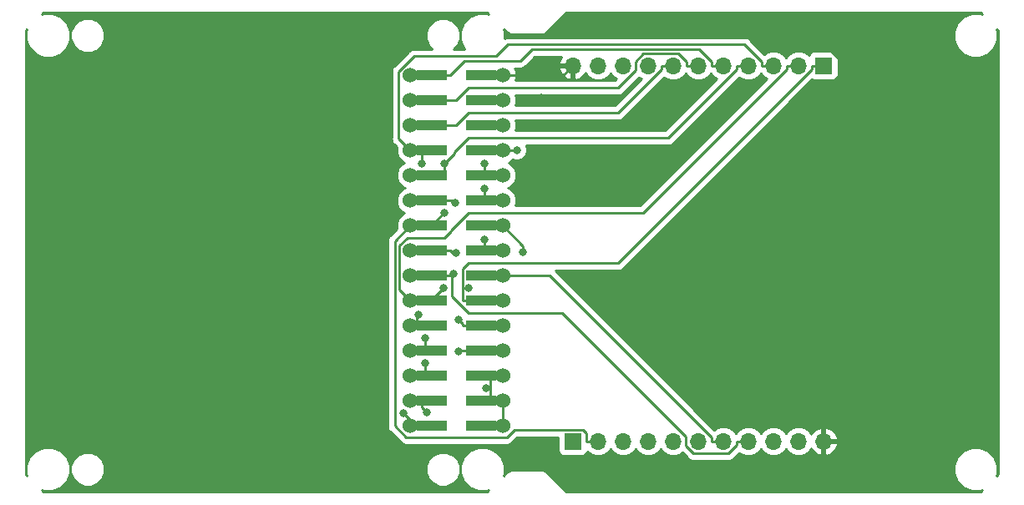
<source format=gbr>
G04 #@! TF.GenerationSoftware,KiCad,Pcbnew,5.0.1-33cea8e~68~ubuntu18.04.1*
G04 #@! TF.CreationDate,2018-10-29T17:36:35+09:00*
G04 #@! TF.ProjectId,M5StackSideBB,4D35537461636B5369646542422E6B69,rev?*
G04 #@! TF.SameCoordinates,Original*
G04 #@! TF.FileFunction,Copper,L1,Top,Signal*
G04 #@! TF.FilePolarity,Positive*
%FSLAX46Y46*%
G04 Gerber Fmt 4.6, Leading zero omitted, Abs format (unit mm)*
G04 Created by KiCad (PCBNEW 5.0.1-33cea8e~68~ubuntu18.04.1) date 2018年10月29日 17時36分35秒*
%MOMM*%
%LPD*%
G01*
G04 APERTURE LIST*
G04 #@! TA.AperFunction,SMDPad,CuDef*
%ADD10R,3.150000X1.000000*%
G04 #@! TD*
G04 #@! TA.AperFunction,BGAPad,CuDef*
%ADD11C,1.524000*%
G04 #@! TD*
G04 #@! TA.AperFunction,ComponentPad*
%ADD12R,1.700000X1.700000*%
G04 #@! TD*
G04 #@! TA.AperFunction,ComponentPad*
%ADD13O,1.700000X1.700000*%
G04 #@! TD*
G04 #@! TA.AperFunction,ViaPad*
%ADD14C,0.800000*%
G04 #@! TD*
G04 #@! TA.AperFunction,Conductor*
%ADD15C,0.250000*%
G04 #@! TD*
G04 #@! TA.AperFunction,Conductor*
%ADD16C,0.254000*%
G04 #@! TD*
G04 APERTURE END LIST*
D10*
G04 #@! TO.P,J3,1*
G04 #@! TO.N,G35*
X141849000Y-57048400D03*
G04 #@! TO.P,J3,2*
G04 #@! TO.N,GND*
X146899000Y-57048400D03*
G04 #@! TO.P,J3,3*
G04 #@! TO.N,G36*
X141849000Y-59588400D03*
G04 #@! TO.P,J3,4*
G04 #@! TO.N,GND*
X146899000Y-59588400D03*
G04 #@! TO.P,J3,5*
G04 #@! TO.N,RST*
X141849000Y-62128400D03*
G04 #@! TO.P,J3,6*
G04 #@! TO.N,GND*
X146899000Y-62128400D03*
G04 #@! TO.P,J3,7*
G04 #@! TO.N,G25*
X141849000Y-64668400D03*
G04 #@! TO.P,J3,8*
G04 #@! TO.N,G23*
X146899000Y-64668400D03*
G04 #@! TO.P,J3,9*
G04 #@! TO.N,G26*
X141849000Y-67208400D03*
G04 #@! TO.P,J3,10*
G04 #@! TO.N,G19*
X146899000Y-67208400D03*
G04 #@! TO.P,J3,11*
G04 #@! TO.N,+3V3*
X141849000Y-69748400D03*
G04 #@! TO.P,J3,12*
G04 #@! TO.N,G18*
X146899000Y-69748400D03*
G04 #@! TO.P,J3,13*
G04 #@! TO.N,G1*
X141849000Y-72288400D03*
G04 #@! TO.P,J3,14*
G04 #@! TO.N,G3*
X146899000Y-72288400D03*
G04 #@! TO.P,J3,15*
G04 #@! TO.N,G17*
X141849000Y-74828400D03*
G04 #@! TO.P,J3,16*
G04 #@! TO.N,G16*
X146899000Y-74828400D03*
G04 #@! TO.P,J3,17*
G04 #@! TO.N,G22*
X141849000Y-77368400D03*
G04 #@! TO.P,J3,18*
G04 #@! TO.N,G21*
X146899000Y-77368400D03*
G04 #@! TO.P,J3,19*
G04 #@! TO.N,G5*
X141849000Y-79908400D03*
G04 #@! TO.P,J3,20*
G04 #@! TO.N,G2*
X146899000Y-79908400D03*
G04 #@! TO.P,J3,21*
G04 #@! TO.N,G13*
X141849000Y-82448400D03*
G04 #@! TO.P,J3,22*
G04 #@! TO.N,G12*
X146899000Y-82448400D03*
G04 #@! TO.P,J3,23*
G04 #@! TO.N,G0*
X141849000Y-84988400D03*
G04 #@! TO.P,J3,24*
G04 #@! TO.N,G15*
X146899000Y-84988400D03*
G04 #@! TO.P,J3,25*
G04 #@! TO.N,G34*
X141849000Y-87528400D03*
G04 #@! TO.P,J3,26*
G04 #@! TO.N,HPWR*
X146899000Y-87528400D03*
G04 #@! TO.P,J3,27*
G04 #@! TO.N,+5V*
X141849000Y-90068400D03*
G04 #@! TO.P,J3,28*
G04 #@! TO.N,HPWR*
X146899000Y-90068400D03*
G04 #@! TO.P,J3,29*
G04 #@! TO.N,+BATT*
X141849000Y-92608400D03*
G04 #@! TO.P,J3,30*
G04 #@! TO.N,HPWR*
X146899000Y-92608400D03*
D11*
G04 #@! TO.P,J3,1*
G04 #@! TO.N,G35*
X139694000Y-57048400D03*
G04 #@! TO.P,J3,3*
G04 #@! TO.N,G36*
X139694000Y-59578400D03*
G04 #@! TO.P,J3,5*
G04 #@! TO.N,RST*
X139694000Y-62138400D03*
G04 #@! TO.P,J3,7*
G04 #@! TO.N,G25*
X139694000Y-64648400D03*
G04 #@! TO.P,J3,9*
G04 #@! TO.N,G26*
X139694000Y-67178400D03*
G04 #@! TO.P,J3,11*
G04 #@! TO.N,+3V3*
X139694000Y-69758400D03*
G04 #@! TO.P,J3,13*
G04 #@! TO.N,G1*
X139694000Y-72268400D03*
G04 #@! TO.P,J3,15*
G04 #@! TO.N,G17*
X139694000Y-74838400D03*
G04 #@! TO.P,J3,17*
G04 #@! TO.N,G22*
X139694000Y-77358400D03*
G04 #@! TO.P,J3,19*
G04 #@! TO.N,G5*
X139694000Y-79888400D03*
G04 #@! TO.P,J3,21*
G04 #@! TO.N,G13*
X139694000Y-82428400D03*
G04 #@! TO.P,J3,23*
G04 #@! TO.N,G0*
X139694000Y-84998400D03*
G04 #@! TO.P,J3,25*
G04 #@! TO.N,G34*
X139694000Y-87528400D03*
G04 #@! TO.P,J3,27*
G04 #@! TO.N,+5V*
X139694000Y-90048400D03*
G04 #@! TO.P,J3,29*
G04 #@! TO.N,+BATT*
X139694000Y-92628400D03*
G04 #@! TO.P,J3,2*
G04 #@! TO.N,GND*
X149054000Y-57048400D03*
G04 #@! TO.P,J3,4*
X149054000Y-59608400D03*
G04 #@! TO.P,J3,6*
X149054000Y-62138400D03*
G04 #@! TO.P,J3,8*
G04 #@! TO.N,G23*
X149054000Y-64658400D03*
G04 #@! TO.P,J3,10*
G04 #@! TO.N,G19*
X149054000Y-67198400D03*
G04 #@! TO.P,J3,12*
G04 #@! TO.N,G18*
X149054000Y-69748400D03*
G04 #@! TO.P,J3,14*
G04 #@! TO.N,G3*
X149054000Y-72278400D03*
G04 #@! TO.P,J3,16*
G04 #@! TO.N,G16*
X149054000Y-74838400D03*
G04 #@! TO.P,J3,18*
G04 #@! TO.N,G21*
X149054000Y-77358400D03*
G04 #@! TO.P,J3,20*
G04 #@! TO.N,G2*
X149054000Y-79898400D03*
G04 #@! TO.P,J3,22*
G04 #@! TO.N,G12*
X149054000Y-82438400D03*
G04 #@! TO.P,J3,24*
G04 #@! TO.N,G15*
X149054000Y-84988400D03*
G04 #@! TO.P,J3,26*
G04 #@! TO.N,HPWR*
X149054000Y-87518400D03*
G04 #@! TO.P,J3,28*
X149054000Y-90078400D03*
G04 #@! TO.P,J3,30*
X149054000Y-92608400D03*
G04 #@! TD*
D12*
G04 #@! TO.P,J1,1*
G04 #@! TO.N,G2*
X181585000Y-56070000D03*
D13*
G04 #@! TO.P,J1,2*
G04 #@! TO.N,G5*
X179045000Y-56070000D03*
G04 #@! TO.P,J1,3*
G04 #@! TO.N,G25*
X176505000Y-56070000D03*
G04 #@! TO.P,J1,4*
G04 #@! TO.N,G26*
X173965000Y-56070000D03*
G04 #@! TO.P,J1,5*
G04 #@! TO.N,G35*
X171425000Y-56070000D03*
G04 #@! TO.P,J1,6*
G04 #@! TO.N,G36*
X168885000Y-56070000D03*
G04 #@! TO.P,J1,7*
G04 #@! TO.N,RST*
X166345000Y-56070000D03*
G04 #@! TO.P,J1,8*
G04 #@! TO.N,+BATT*
X163805000Y-56070000D03*
G04 #@! TO.P,J1,9*
G04 #@! TO.N,+3V3*
X161265000Y-56070000D03*
G04 #@! TO.P,J1,10*
G04 #@! TO.N,+5V*
X158725000Y-56070000D03*
G04 #@! TO.P,J1,11*
G04 #@! TO.N,GND*
X156185000Y-56070000D03*
G04 #@! TD*
G04 #@! TO.P,J2,11*
G04 #@! TO.N,GND*
X181585000Y-94170000D03*
G04 #@! TO.P,J2,10*
G04 #@! TO.N,+3V3*
X179045000Y-94170000D03*
G04 #@! TO.P,J2,9*
G04 #@! TO.N,G23*
X176505000Y-94170000D03*
G04 #@! TO.P,J2,8*
G04 #@! TO.N,G22*
X173965000Y-94170000D03*
G04 #@! TO.P,J2,7*
G04 #@! TO.N,G21*
X171425000Y-94170000D03*
G04 #@! TO.P,J2,6*
G04 #@! TO.N,G19*
X168885000Y-94170000D03*
G04 #@! TO.P,J2,5*
G04 #@! TO.N,G18*
X166345000Y-94170000D03*
G04 #@! TO.P,J2,4*
G04 #@! TO.N,G17*
X163805000Y-94170000D03*
G04 #@! TO.P,J2,3*
G04 #@! TO.N,G16*
X161265000Y-94170000D03*
G04 #@! TO.P,J2,2*
G04 #@! TO.N,G1*
X158725000Y-94170000D03*
D12*
G04 #@! TO.P,J2,1*
G04 #@! TO.N,G3*
X156185000Y-94170000D03*
G04 #@! TD*
D14*
G04 #@! TO.N,GND*
X149054000Y-57048400D03*
X149054000Y-59608400D03*
X149054000Y-62138400D03*
X152552400Y-56896000D03*
X152958800Y-59283600D03*
X155397200Y-52425600D03*
X140258800Y-53898800D03*
X156819600Y-59690000D03*
X157429200Y-62077600D03*
X163271200Y-62280800D03*
X165912800Y-65481200D03*
X161747200Y-67868800D03*
G04 #@! TO.N,G23*
X150512800Y-64656800D03*
G04 #@! TO.N,G19*
X147219400Y-66027000D03*
G04 #@! TO.N,G18*
X147210300Y-68579700D03*
G04 #@! TO.N,G3*
X151144400Y-74988400D03*
G04 #@! TO.N,G16*
X147219400Y-73698600D03*
G04 #@! TO.N,G2*
X145577500Y-78638400D03*
G04 #@! TO.N,G12*
X144564200Y-81870200D03*
G04 #@! TO.N,G15*
X144564200Y-85071000D03*
G04 #@! TO.N,HPWR*
X147370600Y-88744600D03*
G04 #@! TO.N,+BATT*
X139031300Y-91338400D03*
G04 #@! TO.N,+5V*
X141374500Y-91217400D03*
G04 #@! TO.N,G34*
X141218100Y-86259600D03*
G04 #@! TO.N,G0*
X141213100Y-83717100D03*
G04 #@! TO.N,G13*
X140563900Y-81334900D03*
G04 #@! TO.N,G5*
X143058000Y-78621600D03*
G04 #@! TO.N,G22*
X144104500Y-77211900D03*
G04 #@! TO.N,G17*
X144317700Y-75108700D03*
G04 #@! TO.N,G1*
X143179200Y-71039400D03*
G04 #@! TO.N,G26*
X143147300Y-66027000D03*
G04 #@! TO.N,G25*
X140840300Y-65998600D03*
G04 #@! TO.N,+3V3*
X144273000Y-70016300D03*
G04 #@! TD*
D15*
G04 #@! TO.N,GND*
X155206600Y-57048400D02*
X156185000Y-56070000D01*
X149054000Y-57048400D02*
X155206600Y-57048400D01*
X146899000Y-57048400D02*
X149054000Y-57048400D01*
X149034000Y-59588400D02*
X149054000Y-59608400D01*
X146899000Y-59588400D02*
X149034000Y-59588400D01*
X149044000Y-62128400D02*
X149054000Y-62138400D01*
X146899000Y-62128400D02*
X149044000Y-62128400D01*
X153378400Y-56070000D02*
X156185000Y-56070000D01*
X152552400Y-56896000D02*
X153378400Y-56070000D01*
X185420000Y-91537081D02*
X185420000Y-57619998D01*
X182787081Y-94170000D02*
X185420000Y-91537081D01*
X181585000Y-94170000D02*
X182787081Y-94170000D01*
X185420000Y-57619998D02*
X180225602Y-52425600D01*
X180225602Y-52425600D02*
X155397200Y-52425600D01*
X152958800Y-59283600D02*
X156413200Y-59283600D01*
X156413200Y-59283600D02*
X156819600Y-59690000D01*
X157429200Y-62077600D02*
X163068000Y-62077600D01*
X163068000Y-62077600D02*
X163271200Y-62280800D01*
X165912800Y-65481200D02*
X164134800Y-65481200D01*
X164134800Y-65481200D02*
X161747200Y-67868800D01*
G04 #@! TO.N,G23*
X149054000Y-64658400D02*
X150511200Y-64658400D01*
X150511200Y-64658400D02*
X150512800Y-64656800D01*
X148799300Y-64668400D02*
X148809300Y-64658400D01*
X148809300Y-64658400D02*
X149054000Y-64658400D01*
X146899000Y-64668400D02*
X148799300Y-64668400D01*
G04 #@! TO.N,G19*
X147219400Y-67208400D02*
X148799300Y-67208400D01*
X146899000Y-67208400D02*
X147219400Y-67208400D01*
X147219400Y-66027000D02*
X147219400Y-67208400D01*
X149054000Y-67198400D02*
X148809300Y-67198400D01*
X148809300Y-67198400D02*
X148799300Y-67208400D01*
G04 #@! TO.N,G18*
X147210300Y-69748400D02*
X146899000Y-69748400D01*
X149054000Y-69748400D02*
X147210300Y-69748400D01*
X147210300Y-69748400D02*
X147210300Y-68579700D01*
G04 #@! TO.N,G3*
X151144400Y-74988400D02*
X151144400Y-74368800D01*
X151144400Y-74368800D02*
X149054000Y-72278400D01*
X146899000Y-72288400D02*
X148799300Y-72288400D01*
X148799300Y-72288400D02*
X148809300Y-72278400D01*
X148809300Y-72278400D02*
X149054000Y-72278400D01*
G04 #@! TO.N,G16*
X147219400Y-74828400D02*
X148799300Y-74828400D01*
X146899000Y-74828400D02*
X147219400Y-74828400D01*
X147219400Y-73698600D02*
X147219400Y-74828400D01*
X149054000Y-74838400D02*
X148809300Y-74838400D01*
X148809300Y-74838400D02*
X148799300Y-74828400D01*
G04 #@! TO.N,G21*
X146899000Y-77368400D02*
X148799300Y-77368400D01*
X149054000Y-77358400D02*
X148809300Y-77358400D01*
X148809300Y-77358400D02*
X148799300Y-77368400D01*
X170249700Y-94170000D02*
X170249700Y-93802700D01*
X170249700Y-93802700D02*
X153805400Y-77358400D01*
X153805400Y-77358400D02*
X149054000Y-77358400D01*
X171425000Y-94170000D02*
X170249700Y-94170000D01*
G04 #@! TO.N,G2*
X144998700Y-78638400D02*
X144998700Y-79908400D01*
X180409700Y-56070000D02*
X180409700Y-56437300D01*
X180409700Y-56437300D02*
X160748600Y-76098400D01*
X160748600Y-76098400D02*
X145603600Y-76098400D01*
X145603600Y-76098400D02*
X144998700Y-76703300D01*
X144998700Y-76703300D02*
X144998700Y-78638400D01*
X144998700Y-78638400D02*
X145577500Y-78638400D01*
X146899000Y-79908400D02*
X144998700Y-79908400D01*
X181585000Y-56070000D02*
X180409700Y-56070000D01*
X146899000Y-79908400D02*
X148799300Y-79908400D01*
X149054000Y-79898400D02*
X148809300Y-79898400D01*
X148809300Y-79898400D02*
X148799300Y-79908400D01*
G04 #@! TO.N,G12*
X146899000Y-82448400D02*
X148799300Y-82448400D01*
X149054000Y-82438400D02*
X148809300Y-82438400D01*
X148809300Y-82438400D02*
X148799300Y-82448400D01*
X146899000Y-82448400D02*
X144998700Y-82448400D01*
X144998700Y-82448400D02*
X144998700Y-82304700D01*
X144998700Y-82304700D02*
X144564200Y-81870200D01*
G04 #@! TO.N,G15*
X146899000Y-84988400D02*
X144646800Y-84988400D01*
X144646800Y-84988400D02*
X144564200Y-85071000D01*
X149054000Y-84988400D02*
X146899000Y-84988400D01*
G04 #@! TO.N,HPWR*
X149054000Y-90078400D02*
X149054000Y-92608400D01*
X149054000Y-90078400D02*
X148809300Y-90078400D01*
X148809300Y-90078400D02*
X148799300Y-90068400D01*
X149054000Y-92608400D02*
X146899000Y-92608400D01*
X147849200Y-88744600D02*
X147849200Y-87528400D01*
X147849200Y-90068400D02*
X147849200Y-88744600D01*
X147849200Y-88744600D02*
X147370600Y-88744600D01*
X147849200Y-90068400D02*
X148799300Y-90068400D01*
X146899000Y-90068400D02*
X147849200Y-90068400D01*
X147849200Y-87528400D02*
X148799300Y-87528400D01*
X146899000Y-87528400D02*
X147849200Y-87528400D01*
X149054000Y-87518400D02*
X148809300Y-87518400D01*
X148809300Y-87518400D02*
X148799300Y-87528400D01*
G04 #@! TO.N,+BATT*
X139694000Y-92608400D02*
X139694000Y-92001100D01*
X139694000Y-92001100D02*
X139031300Y-91338400D01*
X139694000Y-92628400D02*
X139694000Y-92608400D01*
X139694000Y-92608400D02*
X139948700Y-92608400D01*
X141849000Y-92608400D02*
X139948700Y-92608400D01*
G04 #@! TO.N,+5V*
X140898900Y-90068400D02*
X140898900Y-90741800D01*
X140898900Y-90741800D02*
X141374500Y-91217400D01*
X140898900Y-90068400D02*
X139948700Y-90068400D01*
X141849000Y-90068400D02*
X140898900Y-90068400D01*
X139948700Y-90068400D02*
X139928700Y-90048400D01*
X139928700Y-90048400D02*
X139694000Y-90048400D01*
G04 #@! TO.N,G34*
X141218100Y-87528400D02*
X141849000Y-87528400D01*
X139694000Y-87528400D02*
X141218100Y-87528400D01*
X141218100Y-87528400D02*
X141218100Y-86259600D01*
G04 #@! TO.N,G0*
X141218100Y-84988400D02*
X141213100Y-84983400D01*
X141213100Y-84983400D02*
X141213100Y-83717100D01*
X141218100Y-84988400D02*
X139948700Y-84988400D01*
X141849000Y-84988400D02*
X141218100Y-84988400D01*
X139694000Y-84998400D02*
X139938700Y-84998400D01*
X139938700Y-84998400D02*
X139948700Y-84988400D01*
G04 #@! TO.N,G13*
X140330900Y-82448400D02*
X140330900Y-81567900D01*
X140330900Y-81567900D02*
X140563900Y-81334900D01*
X140330900Y-82448400D02*
X139948700Y-82448400D01*
X141849000Y-82448400D02*
X140330900Y-82448400D01*
X139694000Y-82428400D02*
X139928700Y-82428400D01*
X139928700Y-82428400D02*
X139948700Y-82448400D01*
G04 #@! TO.N,G5*
X141810100Y-79908400D02*
X143058000Y-78660500D01*
X143058000Y-78660500D02*
X143058000Y-78621600D01*
X141810100Y-79908400D02*
X141771200Y-79908400D01*
X141849000Y-79908400D02*
X141810100Y-79908400D01*
X140956400Y-79908400D02*
X139948700Y-79908400D01*
X140956400Y-79908400D02*
X141771200Y-79908400D01*
X179045000Y-56070000D02*
X177869700Y-56070000D01*
X177869700Y-56070000D02*
X177869700Y-56437300D01*
X177869700Y-56437300D02*
X163293600Y-71013400D01*
X163293600Y-71013400D02*
X145573200Y-71013400D01*
X145573200Y-71013400D02*
X143820000Y-72766600D01*
X143820000Y-72766600D02*
X143820000Y-72884400D01*
X143820000Y-72884400D02*
X143151000Y-73553400D01*
X143151000Y-73553400D02*
X139388400Y-73553400D01*
X139388400Y-73553400D02*
X138606700Y-74335100D01*
X138606700Y-74335100D02*
X138606700Y-78801100D01*
X138606700Y-78801100D02*
X139694000Y-79888400D01*
X139694000Y-79888400D02*
X139928700Y-79888400D01*
X139928700Y-79888400D02*
X139948700Y-79908400D01*
G04 #@! TO.N,G22*
X143948000Y-77368400D02*
X144104500Y-77211900D01*
X142799200Y-77368400D02*
X143948000Y-77368400D01*
X172789700Y-94170000D02*
X172789700Y-94537300D01*
X172789700Y-94537300D02*
X171960000Y-95367000D01*
X171960000Y-95367000D02*
X168355800Y-95367000D01*
X168355800Y-95367000D02*
X167615000Y-94626200D01*
X167615000Y-94626200D02*
X167615000Y-93708400D01*
X167615000Y-93708400D02*
X155051400Y-81144800D01*
X155051400Y-81144800D02*
X145593000Y-81144800D01*
X145593000Y-81144800D02*
X143948000Y-79499800D01*
X143948000Y-79499800D02*
X143948000Y-77368400D01*
X141849000Y-77368400D02*
X142799200Y-77368400D01*
X173965000Y-94170000D02*
X172789700Y-94170000D01*
X141849000Y-77368400D02*
X139948700Y-77368400D01*
X139694000Y-77358400D02*
X139938700Y-77358400D01*
X139938700Y-77358400D02*
X139948700Y-77368400D01*
G04 #@! TO.N,G17*
X141849000Y-74828400D02*
X143749300Y-74828400D01*
X144317700Y-75108700D02*
X144029600Y-75108700D01*
X144029600Y-75108700D02*
X143749300Y-74828400D01*
X141361700Y-74828400D02*
X141849000Y-74828400D01*
X141361700Y-74828400D02*
X139948700Y-74828400D01*
X139694000Y-74838400D02*
X139938700Y-74838400D01*
X139938700Y-74838400D02*
X139948700Y-74828400D01*
G04 #@! TO.N,G1*
X139694000Y-72288400D02*
X139694000Y-72268400D01*
X149482200Y-93754300D02*
X139281800Y-93754300D01*
X138131300Y-92603800D02*
X138131300Y-73851100D01*
X138131300Y-73851100D02*
X139694000Y-72288400D01*
X139694000Y-72288400D02*
X139948700Y-72288400D01*
X141849000Y-72288400D02*
X139948700Y-72288400D01*
X143179200Y-71039400D02*
X143098000Y-71039400D01*
X143098000Y-71039400D02*
X141849000Y-72288400D01*
X158725000Y-94170000D02*
X157549700Y-94170000D01*
X157549700Y-93362000D02*
X157182300Y-92994600D01*
X157549700Y-94170000D02*
X157549700Y-93362000D01*
X157182300Y-92994600D02*
X150241900Y-92994600D01*
X150241900Y-92994600D02*
X149482200Y-93754300D01*
X139281800Y-93754300D02*
X138131300Y-92603800D01*
G04 #@! TO.N,G26*
X172789700Y-56070000D02*
X172789700Y-56437300D01*
X172789700Y-56437300D02*
X165828600Y-63398400D01*
X165828600Y-63398400D02*
X145583000Y-63398400D01*
X145583000Y-63398400D02*
X144195400Y-64786000D01*
X144195400Y-64786000D02*
X144195400Y-64978900D01*
X144195400Y-64978900D02*
X143147300Y-66027000D01*
X143147300Y-66027000D02*
X143147300Y-66860300D01*
X143147300Y-66860300D02*
X142799200Y-67208400D01*
X173965000Y-56070000D02*
X172789700Y-56070000D01*
X141849000Y-67208400D02*
X142799200Y-67208400D01*
X141761600Y-67208400D02*
X141849000Y-67208400D01*
X141761600Y-67208400D02*
X141674200Y-67208400D01*
X140898900Y-67208400D02*
X139948700Y-67208400D01*
X140898900Y-67208400D02*
X141674200Y-67208400D01*
X139694000Y-67178400D02*
X139918700Y-67178400D01*
X139918700Y-67178400D02*
X139948700Y-67208400D01*
G04 #@! TO.N,G25*
X176505000Y-56070000D02*
X175329700Y-56070000D01*
X175329700Y-56070000D02*
X175329700Y-55702700D01*
X175329700Y-55702700D02*
X173570400Y-53943400D01*
X173570400Y-53943400D02*
X149607300Y-53943400D01*
X149607300Y-53943400D02*
X148420700Y-55130000D01*
X148420700Y-55130000D02*
X140069300Y-55130000D01*
X140069300Y-55130000D02*
X138538100Y-56661200D01*
X138538100Y-56661200D02*
X138538100Y-63492500D01*
X138538100Y-63492500D02*
X139694000Y-64648400D01*
X140898900Y-64668400D02*
X140840300Y-64727000D01*
X140840300Y-64727000D02*
X140840300Y-65998600D01*
X140898900Y-64668400D02*
X139948700Y-64668400D01*
X141849000Y-64668400D02*
X140898900Y-64668400D01*
X139694000Y-64648400D02*
X139928700Y-64648400D01*
X139928700Y-64648400D02*
X139948700Y-64668400D01*
G04 #@! TO.N,RST*
X166345000Y-56070000D02*
X165169700Y-56070000D01*
X165169700Y-56070000D02*
X165169700Y-56437300D01*
X165169700Y-56437300D02*
X160733600Y-60873400D01*
X160733600Y-60873400D02*
X145598200Y-60873400D01*
X145598200Y-60873400D02*
X144343200Y-62128400D01*
X144343200Y-62128400D02*
X141849000Y-62128400D01*
X141849000Y-62128400D02*
X139948700Y-62128400D01*
X139694000Y-62138400D02*
X139938700Y-62138400D01*
X139938700Y-62138400D02*
X139948700Y-62128400D01*
G04 #@! TO.N,G36*
X143749300Y-59588400D02*
X144343200Y-59588400D01*
X144343200Y-59588400D02*
X145603200Y-58328400D01*
X145603200Y-58328400D02*
X160762100Y-58328400D01*
X160762100Y-58328400D02*
X162535000Y-56555500D01*
X162535000Y-56555500D02*
X162535000Y-55668300D01*
X162535000Y-55668300D02*
X163334700Y-54868600D01*
X163334700Y-54868600D02*
X166875600Y-54868600D01*
X166875600Y-54868600D02*
X167709700Y-55702700D01*
X167709700Y-55702700D02*
X167709700Y-56070000D01*
X141849000Y-59588400D02*
X143749300Y-59588400D01*
X141849000Y-59588400D02*
X139948700Y-59588400D01*
X139694000Y-59578400D02*
X139938700Y-59578400D01*
X139938700Y-59578400D02*
X139948700Y-59588400D01*
X168885000Y-56070000D02*
X167709700Y-56070000D01*
G04 #@! TO.N,G35*
X141849000Y-57048400D02*
X143749300Y-57048400D01*
X171425000Y-56070000D02*
X170249700Y-56070000D01*
X170249700Y-56070000D02*
X170249700Y-55702700D01*
X170249700Y-55702700D02*
X168940800Y-54393800D01*
X168940800Y-54393800D02*
X152015900Y-54393800D01*
X152015900Y-54393800D02*
X150829300Y-55580400D01*
X150829300Y-55580400D02*
X145217300Y-55580400D01*
X145217300Y-55580400D02*
X143749300Y-57048400D01*
X139694000Y-57048400D02*
X141849000Y-57048400D01*
G04 #@! TO.N,+3V3*
X144273000Y-70016300D02*
X144005100Y-69748400D01*
X144005100Y-69748400D02*
X141849000Y-69748400D01*
X140898900Y-69748400D02*
X141849000Y-69748400D01*
X140898900Y-69748400D02*
X139948700Y-69748400D01*
X139694000Y-69758400D02*
X139938700Y-69758400D01*
X139938700Y-69758400D02*
X139948700Y-69748400D01*
G04 #@! TD*
D16*
G04 #@! TO.N,GND*
G36*
X147643175Y-50847265D02*
X147444569Y-50765000D01*
X146555431Y-50765000D01*
X145733974Y-51105259D01*
X145105259Y-51733974D01*
X144765000Y-52555431D01*
X144765000Y-53444569D01*
X145105259Y-54266026D01*
X145209233Y-54370000D01*
X144083661Y-54370000D01*
X144470862Y-53982799D01*
X144735000Y-53345113D01*
X144735000Y-52654887D01*
X144470862Y-52017201D01*
X143982799Y-51529138D01*
X143345113Y-51265000D01*
X142654887Y-51265000D01*
X142017201Y-51529138D01*
X141529138Y-52017201D01*
X141265000Y-52654887D01*
X141265000Y-53345113D01*
X141529138Y-53982799D01*
X141916339Y-54370000D01*
X140144148Y-54370000D01*
X140069300Y-54355112D01*
X139994452Y-54370000D01*
X139994448Y-54370000D01*
X139820905Y-54404520D01*
X139772762Y-54414096D01*
X139585718Y-54539076D01*
X139521371Y-54582071D01*
X139478971Y-54645527D01*
X138053630Y-56070869D01*
X137990171Y-56113271D01*
X137822196Y-56364664D01*
X137778100Y-56586349D01*
X137778100Y-56586353D01*
X137763212Y-56661200D01*
X137778100Y-56736047D01*
X137778101Y-63417648D01*
X137763212Y-63492500D01*
X137778101Y-63567352D01*
X137806593Y-63710591D01*
X137822197Y-63789037D01*
X137931418Y-63952497D01*
X137990172Y-64040429D01*
X138053628Y-64082829D01*
X138309980Y-64339182D01*
X138297000Y-64370519D01*
X138297000Y-64926281D01*
X138509680Y-65439737D01*
X138902663Y-65832720D01*
X139097442Y-65913400D01*
X138902663Y-65994080D01*
X138509680Y-66387063D01*
X138297000Y-66900519D01*
X138297000Y-67456281D01*
X138509680Y-67969737D01*
X138902663Y-68362720D01*
X139157798Y-68468400D01*
X138902663Y-68574080D01*
X138509680Y-68967063D01*
X138297000Y-69480519D01*
X138297000Y-70036281D01*
X138509680Y-70549737D01*
X138902663Y-70942720D01*
X139073300Y-71013400D01*
X138902663Y-71084080D01*
X138509680Y-71477063D01*
X138297000Y-71990519D01*
X138297000Y-72546281D01*
X138315838Y-72591760D01*
X137646828Y-73260771D01*
X137583372Y-73303171D01*
X137540972Y-73366627D01*
X137540971Y-73366628D01*
X137415397Y-73554563D01*
X137356412Y-73851100D01*
X137371301Y-73925952D01*
X137371300Y-92528953D01*
X137356412Y-92603800D01*
X137371300Y-92678647D01*
X137371300Y-92678651D01*
X137415396Y-92900336D01*
X137583371Y-93151729D01*
X137646830Y-93194131D01*
X138691471Y-94238773D01*
X138733871Y-94302229D01*
X138797327Y-94344629D01*
X138985262Y-94470204D01*
X139033405Y-94479780D01*
X139206948Y-94514300D01*
X139206952Y-94514300D01*
X139281800Y-94529188D01*
X139356648Y-94514300D01*
X149407353Y-94514300D01*
X149482200Y-94529188D01*
X149557047Y-94514300D01*
X149557052Y-94514300D01*
X149778737Y-94470204D01*
X150030129Y-94302229D01*
X150072531Y-94238770D01*
X150556702Y-93754600D01*
X154687560Y-93754600D01*
X154687560Y-95020000D01*
X154736843Y-95267765D01*
X154877191Y-95477809D01*
X155087235Y-95618157D01*
X155335000Y-95667440D01*
X157035000Y-95667440D01*
X157282765Y-95618157D01*
X157492809Y-95477809D01*
X157633157Y-95267765D01*
X157642184Y-95222381D01*
X157654375Y-95240625D01*
X158145582Y-95568839D01*
X158578744Y-95655000D01*
X158871256Y-95655000D01*
X159304418Y-95568839D01*
X159795625Y-95240625D01*
X159995000Y-94942239D01*
X160194375Y-95240625D01*
X160685582Y-95568839D01*
X161118744Y-95655000D01*
X161411256Y-95655000D01*
X161844418Y-95568839D01*
X162335625Y-95240625D01*
X162535000Y-94942239D01*
X162734375Y-95240625D01*
X163225582Y-95568839D01*
X163658744Y-95655000D01*
X163951256Y-95655000D01*
X164384418Y-95568839D01*
X164875625Y-95240625D01*
X165075000Y-94942239D01*
X165274375Y-95240625D01*
X165765582Y-95568839D01*
X166198744Y-95655000D01*
X166491256Y-95655000D01*
X166924418Y-95568839D01*
X167259166Y-95345168D01*
X167765473Y-95851475D01*
X167807871Y-95914929D01*
X167871324Y-95957327D01*
X167871326Y-95957329D01*
X167996702Y-96041102D01*
X168059263Y-96082904D01*
X168280948Y-96127000D01*
X168280952Y-96127000D01*
X168355799Y-96141888D01*
X168430646Y-96127000D01*
X171885153Y-96127000D01*
X171960000Y-96141888D01*
X172034847Y-96127000D01*
X172034852Y-96127000D01*
X172256537Y-96082904D01*
X172507929Y-95914929D01*
X172550331Y-95851470D01*
X173054311Y-95347491D01*
X173385582Y-95568839D01*
X173818744Y-95655000D01*
X174111256Y-95655000D01*
X174544418Y-95568839D01*
X175035625Y-95240625D01*
X175235000Y-94942239D01*
X175434375Y-95240625D01*
X175925582Y-95568839D01*
X176358744Y-95655000D01*
X176651256Y-95655000D01*
X177084418Y-95568839D01*
X177575625Y-95240625D01*
X177775000Y-94942239D01*
X177974375Y-95240625D01*
X178465582Y-95568839D01*
X178898744Y-95655000D01*
X179191256Y-95655000D01*
X179624418Y-95568839D01*
X180115625Y-95240625D01*
X180328843Y-94921522D01*
X180389817Y-95051358D01*
X180818076Y-95441645D01*
X181228110Y-95611476D01*
X181458000Y-95490155D01*
X181458000Y-94297000D01*
X181712000Y-94297000D01*
X181712000Y-95490155D01*
X181941890Y-95611476D01*
X182351924Y-95441645D01*
X182780183Y-95051358D01*
X183026486Y-94526892D01*
X182905819Y-94297000D01*
X181712000Y-94297000D01*
X181458000Y-94297000D01*
X181438000Y-94297000D01*
X181438000Y-94043000D01*
X181458000Y-94043000D01*
X181458000Y-92849845D01*
X181712000Y-92849845D01*
X181712000Y-94043000D01*
X182905819Y-94043000D01*
X183026486Y-93813108D01*
X182780183Y-93288642D01*
X182351924Y-92898355D01*
X181941890Y-92728524D01*
X181712000Y-92849845D01*
X181458000Y-92849845D01*
X181228110Y-92728524D01*
X180818076Y-92898355D01*
X180389817Y-93288642D01*
X180328843Y-93418478D01*
X180115625Y-93099375D01*
X179624418Y-92771161D01*
X179191256Y-92685000D01*
X178898744Y-92685000D01*
X178465582Y-92771161D01*
X177974375Y-93099375D01*
X177775000Y-93397761D01*
X177575625Y-93099375D01*
X177084418Y-92771161D01*
X176651256Y-92685000D01*
X176358744Y-92685000D01*
X175925582Y-92771161D01*
X175434375Y-93099375D01*
X175235000Y-93397761D01*
X175035625Y-93099375D01*
X174544418Y-92771161D01*
X174111256Y-92685000D01*
X173818744Y-92685000D01*
X173385582Y-92771161D01*
X172894375Y-93099375D01*
X172695000Y-93397761D01*
X172495625Y-93099375D01*
X172004418Y-92771161D01*
X171571256Y-92685000D01*
X171278744Y-92685000D01*
X170845582Y-92771161D01*
X170514311Y-92992509D01*
X154395731Y-76873930D01*
X154385354Y-76858400D01*
X160673753Y-76858400D01*
X160748600Y-76873288D01*
X160823447Y-76858400D01*
X160823452Y-76858400D01*
X161045137Y-76814304D01*
X161296529Y-76646329D01*
X161338931Y-76582870D01*
X180437127Y-57484675D01*
X180487235Y-57518157D01*
X180735000Y-57567440D01*
X182435000Y-57567440D01*
X182682765Y-57518157D01*
X182892809Y-57377809D01*
X183033157Y-57167765D01*
X183082440Y-56920000D01*
X183082440Y-55220000D01*
X183033157Y-54972235D01*
X182892809Y-54762191D01*
X182682765Y-54621843D01*
X182435000Y-54572560D01*
X180735000Y-54572560D01*
X180487235Y-54621843D01*
X180277191Y-54762191D01*
X180136843Y-54972235D01*
X180127816Y-55017619D01*
X180115625Y-54999375D01*
X179624418Y-54671161D01*
X179191256Y-54585000D01*
X178898744Y-54585000D01*
X178465582Y-54671161D01*
X177974375Y-54999375D01*
X177775000Y-55297761D01*
X177575625Y-54999375D01*
X177084418Y-54671161D01*
X176651256Y-54585000D01*
X176358744Y-54585000D01*
X175925582Y-54671161D01*
X175594311Y-54892509D01*
X174160731Y-53458930D01*
X174118329Y-53395471D01*
X173866937Y-53227496D01*
X173645252Y-53183400D01*
X173645247Y-53183400D01*
X173570400Y-53168512D01*
X173495553Y-53183400D01*
X149682148Y-53183400D01*
X149607300Y-53168512D01*
X149532452Y-53183400D01*
X149532448Y-53183400D01*
X149358905Y-53217920D01*
X149310762Y-53227496D01*
X149235000Y-53278119D01*
X149235000Y-52555431D01*
X149152736Y-52356827D01*
X149448510Y-52652602D01*
X149488119Y-52711881D01*
X149547398Y-52751490D01*
X149547399Y-52751491D01*
X149722971Y-52868805D01*
X150000000Y-52923909D01*
X150069926Y-52910000D01*
X152930076Y-52910000D01*
X153000000Y-52923909D01*
X153069924Y-52910000D01*
X153069926Y-52910000D01*
X153277028Y-52868805D01*
X153511881Y-52711881D01*
X153551494Y-52652596D01*
X155494092Y-50710000D01*
X197505910Y-50710000D01*
X197643175Y-50847265D01*
X197444569Y-50765000D01*
X196555431Y-50765000D01*
X195733974Y-51105259D01*
X195105259Y-51733974D01*
X194765000Y-52555431D01*
X194765000Y-53444569D01*
X195105259Y-54266026D01*
X195733974Y-54894741D01*
X196555431Y-55235000D01*
X197444569Y-55235000D01*
X198266026Y-54894741D01*
X198894741Y-54266026D01*
X199235000Y-53444569D01*
X199235000Y-52555431D01*
X199152736Y-52356827D01*
X199290000Y-52494092D01*
X199290001Y-97505907D01*
X199152736Y-97643173D01*
X199235000Y-97444569D01*
X199235000Y-96555431D01*
X198894741Y-95733974D01*
X198266026Y-95105259D01*
X197444569Y-94765000D01*
X196555431Y-94765000D01*
X195733974Y-95105259D01*
X195105259Y-95733974D01*
X194765000Y-96555431D01*
X194765000Y-97444569D01*
X195105259Y-98266026D01*
X195733974Y-98894741D01*
X196555431Y-99235000D01*
X197444569Y-99235000D01*
X197643175Y-99152735D01*
X197505910Y-99290000D01*
X155494092Y-99290000D01*
X153551494Y-97347404D01*
X153511881Y-97288119D01*
X153277028Y-97131195D01*
X153069926Y-97090000D01*
X153069924Y-97090000D01*
X153000000Y-97076091D01*
X152930076Y-97090000D01*
X150069926Y-97090000D01*
X150000000Y-97076091D01*
X149722971Y-97131195D01*
X149547399Y-97248509D01*
X149488119Y-97288119D01*
X149448510Y-97347398D01*
X149152736Y-97643173D01*
X149235000Y-97444569D01*
X149235000Y-96555431D01*
X148894741Y-95733974D01*
X148266026Y-95105259D01*
X147444569Y-94765000D01*
X146555431Y-94765000D01*
X145733974Y-95105259D01*
X145105259Y-95733974D01*
X144765000Y-96555431D01*
X144765000Y-97444569D01*
X145105259Y-98266026D01*
X145733974Y-98894741D01*
X146555431Y-99235000D01*
X147444569Y-99235000D01*
X147643175Y-99152735D01*
X147505910Y-99290000D01*
X102494092Y-99290000D01*
X102356827Y-99152736D01*
X102555431Y-99235000D01*
X103444569Y-99235000D01*
X104266026Y-98894741D01*
X104894741Y-98266026D01*
X105235000Y-97444569D01*
X105235000Y-96654887D01*
X105265000Y-96654887D01*
X105265000Y-97345113D01*
X105529138Y-97982799D01*
X106017201Y-98470862D01*
X106654887Y-98735000D01*
X107345113Y-98735000D01*
X107982799Y-98470862D01*
X108470862Y-97982799D01*
X108735000Y-97345113D01*
X108735000Y-96654887D01*
X141265000Y-96654887D01*
X141265000Y-97345113D01*
X141529138Y-97982799D01*
X142017201Y-98470862D01*
X142654887Y-98735000D01*
X143345113Y-98735000D01*
X143982799Y-98470862D01*
X144470862Y-97982799D01*
X144735000Y-97345113D01*
X144735000Y-96654887D01*
X144470862Y-96017201D01*
X143982799Y-95529138D01*
X143345113Y-95265000D01*
X142654887Y-95265000D01*
X142017201Y-95529138D01*
X141529138Y-96017201D01*
X141265000Y-96654887D01*
X108735000Y-96654887D01*
X108470862Y-96017201D01*
X107982799Y-95529138D01*
X107345113Y-95265000D01*
X106654887Y-95265000D01*
X106017201Y-95529138D01*
X105529138Y-96017201D01*
X105265000Y-96654887D01*
X105235000Y-96654887D01*
X105235000Y-96555431D01*
X104894741Y-95733974D01*
X104266026Y-95105259D01*
X103444569Y-94765000D01*
X102555431Y-94765000D01*
X101733974Y-95105259D01*
X101105259Y-95733974D01*
X100765000Y-96555431D01*
X100765000Y-97444569D01*
X100847265Y-97643175D01*
X100710000Y-97505910D01*
X100710000Y-52494090D01*
X100847265Y-52356825D01*
X100765000Y-52555431D01*
X100765000Y-53444569D01*
X101105259Y-54266026D01*
X101733974Y-54894741D01*
X102555431Y-55235000D01*
X103444569Y-55235000D01*
X104266026Y-54894741D01*
X104894741Y-54266026D01*
X105235000Y-53444569D01*
X105235000Y-52654887D01*
X105265000Y-52654887D01*
X105265000Y-53345113D01*
X105529138Y-53982799D01*
X106017201Y-54470862D01*
X106654887Y-54735000D01*
X107345113Y-54735000D01*
X107982799Y-54470862D01*
X108470862Y-53982799D01*
X108735000Y-53345113D01*
X108735000Y-52654887D01*
X108470862Y-52017201D01*
X107982799Y-51529138D01*
X107345113Y-51265000D01*
X106654887Y-51265000D01*
X106017201Y-51529138D01*
X105529138Y-52017201D01*
X105265000Y-52654887D01*
X105235000Y-52654887D01*
X105235000Y-52555431D01*
X104894741Y-51733974D01*
X104266026Y-51105259D01*
X103444569Y-50765000D01*
X102555431Y-50765000D01*
X102356827Y-50847264D01*
X102494092Y-50710000D01*
X147505910Y-50710000D01*
X147643175Y-50847265D01*
X147643175Y-50847265D01*
G37*
X147643175Y-50847265D02*
X147444569Y-50765000D01*
X146555431Y-50765000D01*
X145733974Y-51105259D01*
X145105259Y-51733974D01*
X144765000Y-52555431D01*
X144765000Y-53444569D01*
X145105259Y-54266026D01*
X145209233Y-54370000D01*
X144083661Y-54370000D01*
X144470862Y-53982799D01*
X144735000Y-53345113D01*
X144735000Y-52654887D01*
X144470862Y-52017201D01*
X143982799Y-51529138D01*
X143345113Y-51265000D01*
X142654887Y-51265000D01*
X142017201Y-51529138D01*
X141529138Y-52017201D01*
X141265000Y-52654887D01*
X141265000Y-53345113D01*
X141529138Y-53982799D01*
X141916339Y-54370000D01*
X140144148Y-54370000D01*
X140069300Y-54355112D01*
X139994452Y-54370000D01*
X139994448Y-54370000D01*
X139820905Y-54404520D01*
X139772762Y-54414096D01*
X139585718Y-54539076D01*
X139521371Y-54582071D01*
X139478971Y-54645527D01*
X138053630Y-56070869D01*
X137990171Y-56113271D01*
X137822196Y-56364664D01*
X137778100Y-56586349D01*
X137778100Y-56586353D01*
X137763212Y-56661200D01*
X137778100Y-56736047D01*
X137778101Y-63417648D01*
X137763212Y-63492500D01*
X137778101Y-63567352D01*
X137806593Y-63710591D01*
X137822197Y-63789037D01*
X137931418Y-63952497D01*
X137990172Y-64040429D01*
X138053628Y-64082829D01*
X138309980Y-64339182D01*
X138297000Y-64370519D01*
X138297000Y-64926281D01*
X138509680Y-65439737D01*
X138902663Y-65832720D01*
X139097442Y-65913400D01*
X138902663Y-65994080D01*
X138509680Y-66387063D01*
X138297000Y-66900519D01*
X138297000Y-67456281D01*
X138509680Y-67969737D01*
X138902663Y-68362720D01*
X139157798Y-68468400D01*
X138902663Y-68574080D01*
X138509680Y-68967063D01*
X138297000Y-69480519D01*
X138297000Y-70036281D01*
X138509680Y-70549737D01*
X138902663Y-70942720D01*
X139073300Y-71013400D01*
X138902663Y-71084080D01*
X138509680Y-71477063D01*
X138297000Y-71990519D01*
X138297000Y-72546281D01*
X138315838Y-72591760D01*
X137646828Y-73260771D01*
X137583372Y-73303171D01*
X137540972Y-73366627D01*
X137540971Y-73366628D01*
X137415397Y-73554563D01*
X137356412Y-73851100D01*
X137371301Y-73925952D01*
X137371300Y-92528953D01*
X137356412Y-92603800D01*
X137371300Y-92678647D01*
X137371300Y-92678651D01*
X137415396Y-92900336D01*
X137583371Y-93151729D01*
X137646830Y-93194131D01*
X138691471Y-94238773D01*
X138733871Y-94302229D01*
X138797327Y-94344629D01*
X138985262Y-94470204D01*
X139033405Y-94479780D01*
X139206948Y-94514300D01*
X139206952Y-94514300D01*
X139281800Y-94529188D01*
X139356648Y-94514300D01*
X149407353Y-94514300D01*
X149482200Y-94529188D01*
X149557047Y-94514300D01*
X149557052Y-94514300D01*
X149778737Y-94470204D01*
X150030129Y-94302229D01*
X150072531Y-94238770D01*
X150556702Y-93754600D01*
X154687560Y-93754600D01*
X154687560Y-95020000D01*
X154736843Y-95267765D01*
X154877191Y-95477809D01*
X155087235Y-95618157D01*
X155335000Y-95667440D01*
X157035000Y-95667440D01*
X157282765Y-95618157D01*
X157492809Y-95477809D01*
X157633157Y-95267765D01*
X157642184Y-95222381D01*
X157654375Y-95240625D01*
X158145582Y-95568839D01*
X158578744Y-95655000D01*
X158871256Y-95655000D01*
X159304418Y-95568839D01*
X159795625Y-95240625D01*
X159995000Y-94942239D01*
X160194375Y-95240625D01*
X160685582Y-95568839D01*
X161118744Y-95655000D01*
X161411256Y-95655000D01*
X161844418Y-95568839D01*
X162335625Y-95240625D01*
X162535000Y-94942239D01*
X162734375Y-95240625D01*
X163225582Y-95568839D01*
X163658744Y-95655000D01*
X163951256Y-95655000D01*
X164384418Y-95568839D01*
X164875625Y-95240625D01*
X165075000Y-94942239D01*
X165274375Y-95240625D01*
X165765582Y-95568839D01*
X166198744Y-95655000D01*
X166491256Y-95655000D01*
X166924418Y-95568839D01*
X167259166Y-95345168D01*
X167765473Y-95851475D01*
X167807871Y-95914929D01*
X167871324Y-95957327D01*
X167871326Y-95957329D01*
X167996702Y-96041102D01*
X168059263Y-96082904D01*
X168280948Y-96127000D01*
X168280952Y-96127000D01*
X168355799Y-96141888D01*
X168430646Y-96127000D01*
X171885153Y-96127000D01*
X171960000Y-96141888D01*
X172034847Y-96127000D01*
X172034852Y-96127000D01*
X172256537Y-96082904D01*
X172507929Y-95914929D01*
X172550331Y-95851470D01*
X173054311Y-95347491D01*
X173385582Y-95568839D01*
X173818744Y-95655000D01*
X174111256Y-95655000D01*
X174544418Y-95568839D01*
X175035625Y-95240625D01*
X175235000Y-94942239D01*
X175434375Y-95240625D01*
X175925582Y-95568839D01*
X176358744Y-95655000D01*
X176651256Y-95655000D01*
X177084418Y-95568839D01*
X177575625Y-95240625D01*
X177775000Y-94942239D01*
X177974375Y-95240625D01*
X178465582Y-95568839D01*
X178898744Y-95655000D01*
X179191256Y-95655000D01*
X179624418Y-95568839D01*
X180115625Y-95240625D01*
X180328843Y-94921522D01*
X180389817Y-95051358D01*
X180818076Y-95441645D01*
X181228110Y-95611476D01*
X181458000Y-95490155D01*
X181458000Y-94297000D01*
X181712000Y-94297000D01*
X181712000Y-95490155D01*
X181941890Y-95611476D01*
X182351924Y-95441645D01*
X182780183Y-95051358D01*
X183026486Y-94526892D01*
X182905819Y-94297000D01*
X181712000Y-94297000D01*
X181458000Y-94297000D01*
X181438000Y-94297000D01*
X181438000Y-94043000D01*
X181458000Y-94043000D01*
X181458000Y-92849845D01*
X181712000Y-92849845D01*
X181712000Y-94043000D01*
X182905819Y-94043000D01*
X183026486Y-93813108D01*
X182780183Y-93288642D01*
X182351924Y-92898355D01*
X181941890Y-92728524D01*
X181712000Y-92849845D01*
X181458000Y-92849845D01*
X181228110Y-92728524D01*
X180818076Y-92898355D01*
X180389817Y-93288642D01*
X180328843Y-93418478D01*
X180115625Y-93099375D01*
X179624418Y-92771161D01*
X179191256Y-92685000D01*
X178898744Y-92685000D01*
X178465582Y-92771161D01*
X177974375Y-93099375D01*
X177775000Y-93397761D01*
X177575625Y-93099375D01*
X177084418Y-92771161D01*
X176651256Y-92685000D01*
X176358744Y-92685000D01*
X175925582Y-92771161D01*
X175434375Y-93099375D01*
X175235000Y-93397761D01*
X175035625Y-93099375D01*
X174544418Y-92771161D01*
X174111256Y-92685000D01*
X173818744Y-92685000D01*
X173385582Y-92771161D01*
X172894375Y-93099375D01*
X172695000Y-93397761D01*
X172495625Y-93099375D01*
X172004418Y-92771161D01*
X171571256Y-92685000D01*
X171278744Y-92685000D01*
X170845582Y-92771161D01*
X170514311Y-92992509D01*
X154395731Y-76873930D01*
X154385354Y-76858400D01*
X160673753Y-76858400D01*
X160748600Y-76873288D01*
X160823447Y-76858400D01*
X160823452Y-76858400D01*
X161045137Y-76814304D01*
X161296529Y-76646329D01*
X161338931Y-76582870D01*
X180437127Y-57484675D01*
X180487235Y-57518157D01*
X180735000Y-57567440D01*
X182435000Y-57567440D01*
X182682765Y-57518157D01*
X182892809Y-57377809D01*
X183033157Y-57167765D01*
X183082440Y-56920000D01*
X183082440Y-55220000D01*
X183033157Y-54972235D01*
X182892809Y-54762191D01*
X182682765Y-54621843D01*
X182435000Y-54572560D01*
X180735000Y-54572560D01*
X180487235Y-54621843D01*
X180277191Y-54762191D01*
X180136843Y-54972235D01*
X180127816Y-55017619D01*
X180115625Y-54999375D01*
X179624418Y-54671161D01*
X179191256Y-54585000D01*
X178898744Y-54585000D01*
X178465582Y-54671161D01*
X177974375Y-54999375D01*
X177775000Y-55297761D01*
X177575625Y-54999375D01*
X177084418Y-54671161D01*
X176651256Y-54585000D01*
X176358744Y-54585000D01*
X175925582Y-54671161D01*
X175594311Y-54892509D01*
X174160731Y-53458930D01*
X174118329Y-53395471D01*
X173866937Y-53227496D01*
X173645252Y-53183400D01*
X173645247Y-53183400D01*
X173570400Y-53168512D01*
X173495553Y-53183400D01*
X149682148Y-53183400D01*
X149607300Y-53168512D01*
X149532452Y-53183400D01*
X149532448Y-53183400D01*
X149358905Y-53217920D01*
X149310762Y-53227496D01*
X149235000Y-53278119D01*
X149235000Y-52555431D01*
X149152736Y-52356827D01*
X149448510Y-52652602D01*
X149488119Y-52711881D01*
X149547398Y-52751490D01*
X149547399Y-52751491D01*
X149722971Y-52868805D01*
X150000000Y-52923909D01*
X150069926Y-52910000D01*
X152930076Y-52910000D01*
X153000000Y-52923909D01*
X153069924Y-52910000D01*
X153069926Y-52910000D01*
X153277028Y-52868805D01*
X153511881Y-52711881D01*
X153551494Y-52652596D01*
X155494092Y-50710000D01*
X197505910Y-50710000D01*
X197643175Y-50847265D01*
X197444569Y-50765000D01*
X196555431Y-50765000D01*
X195733974Y-51105259D01*
X195105259Y-51733974D01*
X194765000Y-52555431D01*
X194765000Y-53444569D01*
X195105259Y-54266026D01*
X195733974Y-54894741D01*
X196555431Y-55235000D01*
X197444569Y-55235000D01*
X198266026Y-54894741D01*
X198894741Y-54266026D01*
X199235000Y-53444569D01*
X199235000Y-52555431D01*
X199152736Y-52356827D01*
X199290000Y-52494092D01*
X199290001Y-97505907D01*
X199152736Y-97643173D01*
X199235000Y-97444569D01*
X199235000Y-96555431D01*
X198894741Y-95733974D01*
X198266026Y-95105259D01*
X197444569Y-94765000D01*
X196555431Y-94765000D01*
X195733974Y-95105259D01*
X195105259Y-95733974D01*
X194765000Y-96555431D01*
X194765000Y-97444569D01*
X195105259Y-98266026D01*
X195733974Y-98894741D01*
X196555431Y-99235000D01*
X197444569Y-99235000D01*
X197643175Y-99152735D01*
X197505910Y-99290000D01*
X155494092Y-99290000D01*
X153551494Y-97347404D01*
X153511881Y-97288119D01*
X153277028Y-97131195D01*
X153069926Y-97090000D01*
X153069924Y-97090000D01*
X153000000Y-97076091D01*
X152930076Y-97090000D01*
X150069926Y-97090000D01*
X150000000Y-97076091D01*
X149722971Y-97131195D01*
X149547399Y-97248509D01*
X149488119Y-97288119D01*
X149448510Y-97347398D01*
X149152736Y-97643173D01*
X149235000Y-97444569D01*
X149235000Y-96555431D01*
X148894741Y-95733974D01*
X148266026Y-95105259D01*
X147444569Y-94765000D01*
X146555431Y-94765000D01*
X145733974Y-95105259D01*
X145105259Y-95733974D01*
X144765000Y-96555431D01*
X144765000Y-97444569D01*
X145105259Y-98266026D01*
X145733974Y-98894741D01*
X146555431Y-99235000D01*
X147444569Y-99235000D01*
X147643175Y-99152735D01*
X147505910Y-99290000D01*
X102494092Y-99290000D01*
X102356827Y-99152736D01*
X102555431Y-99235000D01*
X103444569Y-99235000D01*
X104266026Y-98894741D01*
X104894741Y-98266026D01*
X105235000Y-97444569D01*
X105235000Y-96654887D01*
X105265000Y-96654887D01*
X105265000Y-97345113D01*
X105529138Y-97982799D01*
X106017201Y-98470862D01*
X106654887Y-98735000D01*
X107345113Y-98735000D01*
X107982799Y-98470862D01*
X108470862Y-97982799D01*
X108735000Y-97345113D01*
X108735000Y-96654887D01*
X141265000Y-96654887D01*
X141265000Y-97345113D01*
X141529138Y-97982799D01*
X142017201Y-98470862D01*
X142654887Y-98735000D01*
X143345113Y-98735000D01*
X143982799Y-98470862D01*
X144470862Y-97982799D01*
X144735000Y-97345113D01*
X144735000Y-96654887D01*
X144470862Y-96017201D01*
X143982799Y-95529138D01*
X143345113Y-95265000D01*
X142654887Y-95265000D01*
X142017201Y-95529138D01*
X141529138Y-96017201D01*
X141265000Y-96654887D01*
X108735000Y-96654887D01*
X108470862Y-96017201D01*
X107982799Y-95529138D01*
X107345113Y-95265000D01*
X106654887Y-95265000D01*
X106017201Y-95529138D01*
X105529138Y-96017201D01*
X105265000Y-96654887D01*
X105235000Y-96654887D01*
X105235000Y-96555431D01*
X104894741Y-95733974D01*
X104266026Y-95105259D01*
X103444569Y-94765000D01*
X102555431Y-94765000D01*
X101733974Y-95105259D01*
X101105259Y-95733974D01*
X100765000Y-96555431D01*
X100765000Y-97444569D01*
X100847265Y-97643175D01*
X100710000Y-97505910D01*
X100710000Y-52494090D01*
X100847265Y-52356825D01*
X100765000Y-52555431D01*
X100765000Y-53444569D01*
X101105259Y-54266026D01*
X101733974Y-54894741D01*
X102555431Y-55235000D01*
X103444569Y-55235000D01*
X104266026Y-54894741D01*
X104894741Y-54266026D01*
X105235000Y-53444569D01*
X105235000Y-52654887D01*
X105265000Y-52654887D01*
X105265000Y-53345113D01*
X105529138Y-53982799D01*
X106017201Y-54470862D01*
X106654887Y-54735000D01*
X107345113Y-54735000D01*
X107982799Y-54470862D01*
X108470862Y-53982799D01*
X108735000Y-53345113D01*
X108735000Y-52654887D01*
X108470862Y-52017201D01*
X107982799Y-51529138D01*
X107345113Y-51265000D01*
X106654887Y-51265000D01*
X106017201Y-51529138D01*
X105529138Y-52017201D01*
X105265000Y-52654887D01*
X105235000Y-52654887D01*
X105235000Y-52555431D01*
X104894741Y-51733974D01*
X104266026Y-51105259D01*
X103444569Y-50765000D01*
X102555431Y-50765000D01*
X102356827Y-50847264D01*
X102494092Y-50710000D01*
X147505910Y-50710000D01*
X147643175Y-50847265D01*
G36*
X175434375Y-57140625D02*
X175828336Y-57403861D01*
X162978799Y-70253400D01*
X150356924Y-70253400D01*
X150451000Y-70026281D01*
X150451000Y-69470519D01*
X150238320Y-68957063D01*
X149845337Y-68564080D01*
X149626416Y-68473400D01*
X149845337Y-68382720D01*
X150238320Y-67989737D01*
X150451000Y-67476281D01*
X150451000Y-66920519D01*
X150238320Y-66407063D01*
X149845337Y-66014080D01*
X149638487Y-65928400D01*
X149845337Y-65842720D01*
X150087250Y-65600807D01*
X150306926Y-65691800D01*
X150718674Y-65691800D01*
X151099080Y-65534231D01*
X151390231Y-65243080D01*
X151547800Y-64862674D01*
X151547800Y-64450926D01*
X151426632Y-64158400D01*
X165753753Y-64158400D01*
X165828600Y-64173288D01*
X165903447Y-64158400D01*
X165903452Y-64158400D01*
X166125137Y-64114304D01*
X166376529Y-63946329D01*
X166418931Y-63882870D01*
X173054311Y-57247491D01*
X173385582Y-57468839D01*
X173818744Y-57555000D01*
X174111256Y-57555000D01*
X174544418Y-57468839D01*
X175035625Y-57140625D01*
X175235000Y-56842239D01*
X175434375Y-57140625D01*
X175434375Y-57140625D01*
G37*
X175434375Y-57140625D02*
X175828336Y-57403861D01*
X162978799Y-70253400D01*
X150356924Y-70253400D01*
X150451000Y-70026281D01*
X150451000Y-69470519D01*
X150238320Y-68957063D01*
X149845337Y-68564080D01*
X149626416Y-68473400D01*
X149845337Y-68382720D01*
X150238320Y-67989737D01*
X150451000Y-67476281D01*
X150451000Y-66920519D01*
X150238320Y-66407063D01*
X149845337Y-66014080D01*
X149638487Y-65928400D01*
X149845337Y-65842720D01*
X150087250Y-65600807D01*
X150306926Y-65691800D01*
X150718674Y-65691800D01*
X151099080Y-65534231D01*
X151390231Y-65243080D01*
X151547800Y-64862674D01*
X151547800Y-64450926D01*
X151426632Y-64158400D01*
X165753753Y-64158400D01*
X165828600Y-64173288D01*
X165903447Y-64158400D01*
X165903452Y-64158400D01*
X166125137Y-64114304D01*
X166376529Y-63946329D01*
X166418931Y-63882870D01*
X173054311Y-57247491D01*
X173385582Y-57468839D01*
X173818744Y-57555000D01*
X174111256Y-57555000D01*
X174544418Y-57468839D01*
X175035625Y-57140625D01*
X175235000Y-56842239D01*
X175434375Y-57140625D01*
G36*
X170354375Y-57140625D02*
X170748337Y-57403862D01*
X165513799Y-62638400D01*
X150358861Y-62638400D01*
X150463144Y-62346098D01*
X150435362Y-61791032D01*
X150370069Y-61633400D01*
X160658753Y-61633400D01*
X160733600Y-61648288D01*
X160808447Y-61633400D01*
X160808452Y-61633400D01*
X161030137Y-61589304D01*
X161281529Y-61421329D01*
X161323931Y-61357870D01*
X165434311Y-57247491D01*
X165765582Y-57468839D01*
X166198744Y-57555000D01*
X166491256Y-57555000D01*
X166924418Y-57468839D01*
X167415625Y-57140625D01*
X167615000Y-56842239D01*
X167814375Y-57140625D01*
X168305582Y-57468839D01*
X168738744Y-57555000D01*
X169031256Y-57555000D01*
X169464418Y-57468839D01*
X169955625Y-57140625D01*
X170155000Y-56842239D01*
X170354375Y-57140625D01*
X170354375Y-57140625D01*
G37*
X170354375Y-57140625D02*
X170748337Y-57403862D01*
X165513799Y-62638400D01*
X150358861Y-62638400D01*
X150463144Y-62346098D01*
X150435362Y-61791032D01*
X150370069Y-61633400D01*
X160658753Y-61633400D01*
X160733600Y-61648288D01*
X160808447Y-61633400D01*
X160808452Y-61633400D01*
X161030137Y-61589304D01*
X161281529Y-61421329D01*
X161323931Y-61357870D01*
X165434311Y-57247491D01*
X165765582Y-57468839D01*
X166198744Y-57555000D01*
X166491256Y-57555000D01*
X166924418Y-57468839D01*
X167415625Y-57140625D01*
X167615000Y-56842239D01*
X167814375Y-57140625D01*
X168305582Y-57468839D01*
X168738744Y-57555000D01*
X169031256Y-57555000D01*
X169464418Y-57468839D01*
X169955625Y-57140625D01*
X170155000Y-56842239D01*
X170354375Y-57140625D01*
G36*
X149247748Y-62124258D02*
X149233605Y-62138400D01*
X149247748Y-62152543D01*
X149068143Y-62332148D01*
X149054000Y-62318005D01*
X149039858Y-62332148D01*
X148860253Y-62152543D01*
X148874395Y-62138400D01*
X148860253Y-62124258D01*
X149039858Y-61944653D01*
X149054000Y-61958795D01*
X149068143Y-61944653D01*
X149247748Y-62124258D01*
X149247748Y-62124258D01*
G37*
X149247748Y-62124258D02*
X149233605Y-62138400D01*
X149247748Y-62152543D01*
X149068143Y-62332148D01*
X149054000Y-62318005D01*
X149039858Y-62332148D01*
X148860253Y-62152543D01*
X148874395Y-62138400D01*
X148860253Y-62124258D01*
X149039858Y-61944653D01*
X149054000Y-61958795D01*
X149068143Y-61944653D01*
X149247748Y-62124258D01*
G36*
X147026000Y-62001400D02*
X147648395Y-62001400D01*
X147661108Y-62255400D01*
X147026000Y-62255400D01*
X147026000Y-62275400D01*
X146772000Y-62275400D01*
X146772000Y-62255400D01*
X146752000Y-62255400D01*
X146752000Y-62001400D01*
X146772000Y-62001400D01*
X146772000Y-61981400D01*
X147026000Y-61981400D01*
X147026000Y-62001400D01*
X147026000Y-62001400D01*
G37*
X147026000Y-62001400D02*
X147648395Y-62001400D01*
X147661108Y-62255400D01*
X147026000Y-62255400D01*
X147026000Y-62275400D01*
X146772000Y-62275400D01*
X146772000Y-62255400D01*
X146752000Y-62255400D01*
X146752000Y-62001400D01*
X146772000Y-62001400D01*
X146772000Y-61981400D01*
X147026000Y-61981400D01*
X147026000Y-62001400D01*
G36*
X163128337Y-57403862D02*
X160418799Y-60113400D01*
X150357077Y-60113400D01*
X150463144Y-59816098D01*
X150435362Y-59261032D01*
X150363855Y-59088400D01*
X160687253Y-59088400D01*
X160762100Y-59103288D01*
X160836947Y-59088400D01*
X160836952Y-59088400D01*
X161058637Y-59044304D01*
X161310029Y-58876329D01*
X161352431Y-58812870D01*
X162908398Y-57256904D01*
X163128337Y-57403862D01*
X163128337Y-57403862D01*
G37*
X163128337Y-57403862D02*
X160418799Y-60113400D01*
X150357077Y-60113400D01*
X150463144Y-59816098D01*
X150435362Y-59261032D01*
X150363855Y-59088400D01*
X160687253Y-59088400D01*
X160762100Y-59103288D01*
X160836947Y-59088400D01*
X160836952Y-59088400D01*
X161058637Y-59044304D01*
X161310029Y-58876329D01*
X161352431Y-58812870D01*
X162908398Y-57256904D01*
X163128337Y-57403862D01*
G36*
X149247748Y-59594258D02*
X149233605Y-59608400D01*
X149247748Y-59622543D01*
X149068143Y-59802148D01*
X149054000Y-59788005D01*
X149039858Y-59802148D01*
X148860253Y-59622543D01*
X148874395Y-59608400D01*
X148860253Y-59594258D01*
X149039858Y-59414653D01*
X149054000Y-59428795D01*
X149068143Y-59414653D01*
X149247748Y-59594258D01*
X149247748Y-59594258D01*
G37*
X149247748Y-59594258D02*
X149233605Y-59608400D01*
X149247748Y-59622543D01*
X149068143Y-59802148D01*
X149054000Y-59788005D01*
X149039858Y-59802148D01*
X148860253Y-59622543D01*
X148874395Y-59608400D01*
X148860253Y-59594258D01*
X149039858Y-59414653D01*
X149054000Y-59428795D01*
X149068143Y-59414653D01*
X149247748Y-59594258D01*
G36*
X147026000Y-59461400D02*
X147647894Y-59461400D01*
X147660607Y-59715400D01*
X147026000Y-59715400D01*
X147026000Y-59735400D01*
X146772000Y-59735400D01*
X146772000Y-59715400D01*
X146752000Y-59715400D01*
X146752000Y-59461400D01*
X146772000Y-59461400D01*
X146772000Y-59441400D01*
X147026000Y-59441400D01*
X147026000Y-59461400D01*
X147026000Y-59461400D01*
G37*
X147026000Y-59461400D02*
X147647894Y-59461400D01*
X147660607Y-59715400D01*
X147026000Y-59715400D01*
X147026000Y-59735400D01*
X146772000Y-59735400D01*
X146772000Y-59715400D01*
X146752000Y-59715400D01*
X146752000Y-59461400D01*
X146772000Y-59461400D01*
X146772000Y-59441400D01*
X147026000Y-59441400D01*
X147026000Y-59461400D01*
G36*
X154989817Y-55188642D02*
X154743514Y-55713108D01*
X154864181Y-55943000D01*
X156058000Y-55943000D01*
X156058000Y-55923000D01*
X156312000Y-55923000D01*
X156312000Y-55943000D01*
X156332000Y-55943000D01*
X156332000Y-56197000D01*
X156312000Y-56197000D01*
X156312000Y-57390155D01*
X156541890Y-57511476D01*
X156951924Y-57341645D01*
X157380183Y-56951358D01*
X157441157Y-56821522D01*
X157654375Y-57140625D01*
X158145582Y-57468839D01*
X158578744Y-57555000D01*
X158871256Y-57555000D01*
X159304418Y-57468839D01*
X159795625Y-57140625D01*
X159995000Y-56842239D01*
X160194375Y-57140625D01*
X160602424Y-57413275D01*
X160447299Y-57568400D01*
X150351725Y-57568400D01*
X150463144Y-57256098D01*
X150435362Y-56701032D01*
X150321810Y-56426892D01*
X154743514Y-56426892D01*
X154989817Y-56951358D01*
X155418076Y-57341645D01*
X155828110Y-57511476D01*
X156058000Y-57390155D01*
X156058000Y-56197000D01*
X154864181Y-56197000D01*
X154743514Y-56426892D01*
X150321810Y-56426892D01*
X150285983Y-56340400D01*
X150754453Y-56340400D01*
X150829300Y-56355288D01*
X150904147Y-56340400D01*
X150904152Y-56340400D01*
X151125837Y-56296304D01*
X151377229Y-56128329D01*
X151419631Y-56064870D01*
X152330702Y-55153800D01*
X155028049Y-55153800D01*
X154989817Y-55188642D01*
X154989817Y-55188642D01*
G37*
X154989817Y-55188642D02*
X154743514Y-55713108D01*
X154864181Y-55943000D01*
X156058000Y-55943000D01*
X156058000Y-55923000D01*
X156312000Y-55923000D01*
X156312000Y-55943000D01*
X156332000Y-55943000D01*
X156332000Y-56197000D01*
X156312000Y-56197000D01*
X156312000Y-57390155D01*
X156541890Y-57511476D01*
X156951924Y-57341645D01*
X157380183Y-56951358D01*
X157441157Y-56821522D01*
X157654375Y-57140625D01*
X158145582Y-57468839D01*
X158578744Y-57555000D01*
X158871256Y-57555000D01*
X159304418Y-57468839D01*
X159795625Y-57140625D01*
X159995000Y-56842239D01*
X160194375Y-57140625D01*
X160602424Y-57413275D01*
X160447299Y-57568400D01*
X150351725Y-57568400D01*
X150463144Y-57256098D01*
X150435362Y-56701032D01*
X150321810Y-56426892D01*
X154743514Y-56426892D01*
X154989817Y-56951358D01*
X155418076Y-57341645D01*
X155828110Y-57511476D01*
X156058000Y-57390155D01*
X156058000Y-56197000D01*
X154864181Y-56197000D01*
X154743514Y-56426892D01*
X150321810Y-56426892D01*
X150285983Y-56340400D01*
X150754453Y-56340400D01*
X150829300Y-56355288D01*
X150904147Y-56340400D01*
X150904152Y-56340400D01*
X151125837Y-56296304D01*
X151377229Y-56128329D01*
X151419631Y-56064870D01*
X152330702Y-55153800D01*
X155028049Y-55153800D01*
X154989817Y-55188642D01*
G36*
X149247748Y-57034258D02*
X149233605Y-57048400D01*
X149247748Y-57062543D01*
X149068143Y-57242148D01*
X149054000Y-57228005D01*
X149039858Y-57242148D01*
X148860253Y-57062543D01*
X148874395Y-57048400D01*
X148860253Y-57034258D01*
X149039858Y-56854653D01*
X149054000Y-56868795D01*
X149068143Y-56854653D01*
X149247748Y-57034258D01*
X149247748Y-57034258D01*
G37*
X149247748Y-57034258D02*
X149233605Y-57048400D01*
X149247748Y-57062543D01*
X149068143Y-57242148D01*
X149054000Y-57228005D01*
X149039858Y-57242148D01*
X148860253Y-57062543D01*
X148874395Y-57048400D01*
X148860253Y-57034258D01*
X149039858Y-56854653D01*
X149054000Y-56868795D01*
X149068143Y-56854653D01*
X149247748Y-57034258D01*
G36*
X147026000Y-56921400D02*
X147648895Y-56921400D01*
X147661608Y-57175400D01*
X147026000Y-57175400D01*
X147026000Y-57195400D01*
X146772000Y-57195400D01*
X146772000Y-57175400D01*
X146752000Y-57175400D01*
X146752000Y-56921400D01*
X146772000Y-56921400D01*
X146772000Y-56901400D01*
X147026000Y-56901400D01*
X147026000Y-56921400D01*
X147026000Y-56921400D01*
G37*
X147026000Y-56921400D02*
X147648895Y-56921400D01*
X147661608Y-57175400D01*
X147026000Y-57175400D01*
X147026000Y-57195400D01*
X146772000Y-57195400D01*
X146772000Y-57175400D01*
X146752000Y-57175400D01*
X146752000Y-56921400D01*
X146772000Y-56921400D01*
X146772000Y-56901400D01*
X147026000Y-56901400D01*
X147026000Y-56921400D01*
G04 #@! TD*
M02*

</source>
